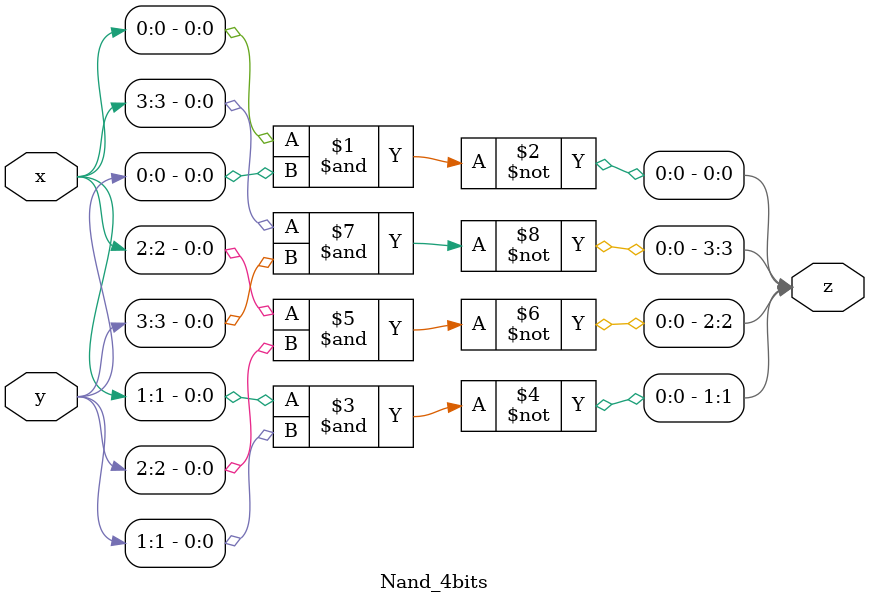
<source format=v>
`timescale 1ns / 1ps


module Nand_4bits(
input [3:0]x,y,
output[3:0]z
  );
    nand nand0(z[0], x[0], y[0]);
    nand nand1(z[1], x[1], y[1]);
    nand nand2(z[2], x[2], y[2]);
    nand nand3(z[3], x[3], y[3]);
endmodule

</source>
